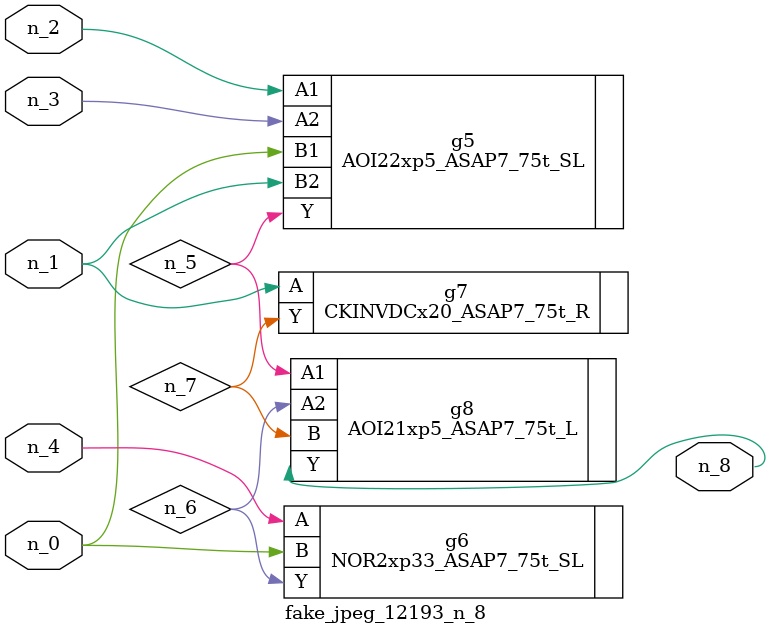
<source format=v>
module fake_jpeg_12193_n_8 (n_3, n_2, n_1, n_0, n_4, n_8);

input n_3;
input n_2;
input n_1;
input n_0;
input n_4;

output n_8;

wire n_6;
wire n_5;
wire n_7;

AOI22xp5_ASAP7_75t_SL g5 ( 
.A1(n_2),
.A2(n_3),
.B1(n_0),
.B2(n_1),
.Y(n_5)
);

NOR2xp33_ASAP7_75t_SL g6 ( 
.A(n_4),
.B(n_0),
.Y(n_6)
);

CKINVDCx20_ASAP7_75t_R g7 ( 
.A(n_1),
.Y(n_7)
);

AOI21xp5_ASAP7_75t_L g8 ( 
.A1(n_5),
.A2(n_6),
.B(n_7),
.Y(n_8)
);


endmodule
</source>
